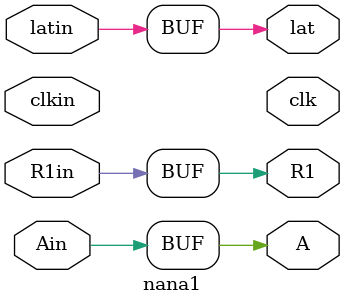
<source format=v>
`timescale 1ns / 1ps
module nana1(R1in,Ain,clkin, latin, R1,A,clk,lat);
	 (*LOC = "A8" *) input latin;
	 (*LOC = "B8" *) input R1in;
	 (*LOC = "V10" *) input clkin;
	 (*LOC = "C4" *) input Ain;
	 (*LOC = "JA<3>" *) output lat;
	 (*LOC = "JA<1>" *) output A;
	 (*LOC = "JA<2>" *) output clk;
	 (*LOC = "JA<7>" *) output R1;
 	  assign A = Ain;
     assign lat =latin;
	  assign clk= clk;
	  assign R1 = R1in;

endmodule

</source>
